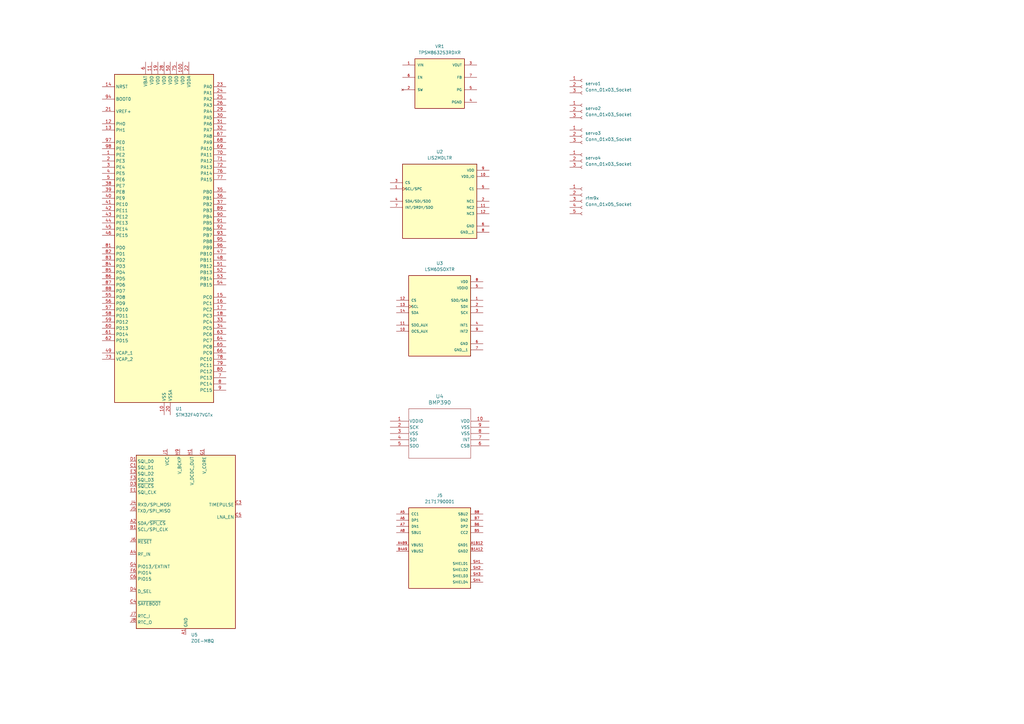
<source format=kicad_sch>
(kicad_sch (version 20250114) (generator "eeschema") (generator_version "9.0")
  (paper "A3")
  (lib_symbols
    (symbol "Connector:Conn_01x03_Socket" (pin_names (offset 1.016) (hide yes))
      (property "Reference" "J" (at 0 5.08 0))
      (property "Value" "Conn_01x03_Socket" (at 0 -5.08 0))
      (symbol "Conn_01x03_Socket_1_1"
        (polyline (pts (xy -1.27 2.54) (xy -0.508 2.54)) (stroke (width 0.1524)))
        (polyline (pts (xy -1.27 0) (xy -0.508 0)) (stroke (width 0.1524)))
        (polyline (pts (xy -1.27 -2.54) (xy -0.508 -2.54)) (stroke (width 0.1524)))
        (arc (start 0 2.032) (mid -0.5058 2.54) (end 0 3.048) (stroke (width 0.1524)))
        (arc (start 0 -0.508) (mid -0.5058 0) (end 0 0.508) (stroke (width 0.1524)))
        (arc (start 0 -3.048) (mid -0.5058 -2.54) (end 0 -2.032) (stroke (width 0.1524)))
        (pin passive line (at -5.08 2.54 0) (length 3.81) (name "Pin_1") (number "1"))
        (pin passive line (at -5.08 0 0) (length 3.81) (name "Pin_2") (number "2"))
        (pin passive line (at -5.08 -2.54 0) (length 3.81) (name "Pin_3") (number "3"))
      )
    )
    (symbol "Connector:Conn_01x05_Socket" (pin_names (offset 1.016) (hide yes))
      (property "Reference" "J" (at 0 7.62 0))
      (property "Value" "Conn_01x05_Socket" (at 0 -7.62 0))
      (symbol "Conn_01x05_Socket_1_1"
        (polyline (pts (xy -1.27 5.08) (xy -0.508 5.08)) (stroke (width 0.1524)))
        (polyline (pts (xy -1.27 2.54) (xy -0.508 2.54)) (stroke (width 0.1524)))
        (polyline (pts (xy -1.27 0) (xy -0.508 0)) (stroke (width 0.1524)))
        (polyline (pts (xy -1.27 -2.54) (xy -0.508 -2.54)) (stroke (width 0.1524)))
        (polyline (pts (xy -1.27 -5.08) (xy -0.508 -5.08)) (stroke (width 0.1524)))
        (arc (start 0 4.572) (mid -0.5058 5.08) (end 0 5.588) (stroke (width 0.1524)))
        (arc (start 0 2.032) (mid -0.5058 2.54) (end 0 3.048) (stroke (width 0.1524)))
        (arc (start 0 -0.508) (mid -0.5058 0) (end 0 0.508) (stroke (width 0.1524)))
        (arc (start 0 -3.048) (mid -0.5058 -2.54) (end 0 -2.032) (stroke (width 0.1524)))
        (arc (start 0 -5.588) (mid -0.5058 -5.08) (end 0 -4.572) (stroke (width 0.1524)))
        (pin passive line (at -5.08 5.08 0) (length 3.81) (name "Pin_1") (number "1"))
        (pin passive line (at -5.08 2.54 0) (length 3.81) (name "Pin_2") (number "2"))
        (pin passive line (at -5.08 0 0) (length 3.81) (name "Pin_3") (number "3"))
        (pin passive line (at -5.08 -2.54 0) (length 3.81) (name "Pin_4") (number "4"))
        (pin passive line (at -5.08 -5.08 0) (length 3.81) (name "Pin_5") (number "5"))
      )
    )
    (symbol "MCU_ST_STM32F4:STM32F407VGTx"
      (property "Reference" "U" (at -20.32 69.85 0))
      (property "Value" "STM32F407VGTx" (at 12.7 69.85 0))
      (symbol "STM32F407VGTx_0_1"
        (rectangle (start -20.32 -66.04) (end 20.32 68.58) (stroke (width 0.254)) (fill (type background)))
      )
      (symbol "STM32F407VGTx_1_1"
        (pin input line (at -25.4 63.5 0) (length 5.08) (name "NRST") (number "14"))
        (pin input line (at -25.4 58.42 0) (length 5.08) (name "BOOT0") (number "94"))
        (pin input line (at -25.4 53.34 0) (length 5.08) (name "VREF+") (number "21"))
        (pin bidirectional line (at -25.4 48.26 0) (length 5.08) (name "PH0") (number "12"))
        (pin bidirectional line (at -25.4 45.72 0) (length 5.08) (name "PH1") (number "13"))
        (pin bidirectional line (at -25.4 40.64 0) (length 5.08) (name "PE0") (number "97"))
        (pin bidirectional line (at -25.4 38.1 0) (length 5.08) (name "PE1") (number "98"))
        (pin bidirectional line (at -25.4 35.56 0) (length 5.08) (name "PE2") (number "1"))
        (pin bidirectional line (at -25.4 33.02 0) (length 5.08) (name "PE3") (number "2"))
        (pin bidirectional line (at -25.4 30.48 0) (length 5.08) (name "PE4") (number "3"))
        (pin bidirectional line (at -25.4 27.94 0) (length 5.08) (name "PE5") (number "4"))
        (pin bidirectional line (at -25.4 25.4 0) (length 5.08) (name "PE6") (number "5"))
        (pin bidirectional line (at -25.4 22.86 0) (length 5.08) (name "PE7") (number "38"))
        (pin bidirectional line (at -25.4 20.32 0) (length 5.08) (name "PE8") (number "39"))
        (pin bidirectional line (at -25.4 17.78 0) (length 5.08) (name "PE9") (number "40"))
        (pin bidirectional line (at -25.4 15.24 0) (length 5.08) (name "PE10") (number "41"))
        (pin bidirectional line (at -25.4 12.7 0) (length 5.08) (name "PE11") (number "42"))
        (pin bidirectional line (at -25.4 10.16 0) (length 5.08) (name "PE12") (number "43"))
        (pin bidirectional line (at -25.4 7.62 0) (length 5.08) (name "PE13") (number "44"))
        (pin bidirectional line (at -25.4 5.08 0) (length 5.08) (name "PE14") (number "45"))
        (pin bidirectional line (at -25.4 2.54 0) (length 5.08) (name "PE15") (number "46"))
        (pin bidirectional line (at -25.4 -2.54 0) (length 5.08) (name "PD0") (number "81"))
        (pin bidirectional line (at -25.4 -5.08 0) (length 5.08) (name "PD1") (number "82"))
        (pin bidirectional line (at -25.4 -7.62 0) (length 5.08) (name "PD2") (number "83"))
        (pin bidirectional line (at -25.4 -10.16 0) (length 5.08) (name "PD3") (number "84"))
        (pin bidirectional line (at -25.4 -12.7 0) (length 5.08) (name "PD4") (number "85"))
        (pin bidirectional line (at -25.4 -15.24 0) (length 5.08) (name "PD5") (number "86"))
        (pin bidirectional line (at -25.4 -17.78 0) (length 5.08) (name "PD6") (number "87"))
        (pin bidirectional line (at -25.4 -20.32 0) (length 5.08) (name "PD7") (number "88"))
        (pin bidirectional line (at -25.4 -22.86 0) (length 5.08) (name "PD8") (number "55"))
        (pin bidirectional line (at -25.4 -25.4 0) (length 5.08) (name "PD9") (number "56"))
        (pin bidirectional line (at -25.4 -27.94 0) (length 5.08) (name "PD10") (number "57"))
        (pin bidirectional line (at -25.4 -30.48 0) (length 5.08) (name "PD11") (number "58"))
        (pin bidirectional line (at -25.4 -33.02 0) (length 5.08) (name "PD12") (number "59"))
        (pin bidirectional line (at -25.4 -35.56 0) (length 5.08) (name "PD13") (number "60"))
        (pin bidirectional line (at -25.4 -38.1 0) (length 5.08) (name "PD14") (number "61"))
        (pin bidirectional line (at -25.4 -40.64 0) (length 5.08) (name "PD15") (number "62"))
        (pin power_out line (at -25.4 -45.72 0) (length 5.08) (name "VCAP_1") (number "49"))
        (pin power_out line (at -25.4 -48.26 0) (length 5.08) (name "VCAP_2") (number "73"))
        (pin power_in line (at -7.62 73.66 270) (length 5.08) (name "VBAT") (number "6"))
        (pin power_in line (at -5.08 73.66 270) (length 5.08) (name "VDD") (number "11"))
        (pin power_in line (at -2.54 73.66 270) (length 5.08) (name "VDD") (number "19"))
        (pin power_in line (at 0 73.66 270) (length 5.08) (name "VDD") (number "28"))
        (pin power_in line (at 0 -71.12 90) (length 5.08) (name "VSS") (number "10"))
        (pin passive line (at 0 -71.12 90) (length 5.08) (hide yes) (name "VSS") (number "27"))
        (pin passive line (at 0 -71.12 90) (length 5.08) (hide yes) (name "VSS") (number "74"))
        (pin passive line (at 0 -71.12 90) (length 5.08) (hide yes) (name "VSS") (number "99"))
        (pin power_in line (at 2.54 73.66 270) (length 5.08) (name "VDD") (number "50"))
        (pin power_in line (at 2.54 -71.12 90) (length 5.08) (name "VSSA") (number "20"))
        (pin power_in line (at 5.08 73.66 270) (length 5.08) (name "VDD") (number "75"))
        (pin power_in line (at 7.62 73.66 270) (length 5.08) (name "VDD") (number "100"))
        (pin power_in line (at 10.16 73.66 270) (length 5.08) (name "VDDA") (number "22"))
        (pin bidirectional line (at 25.4 63.5 180) (length 5.08) (name "PA0") (number "23"))
        (pin bidirectional line (at 25.4 60.96 180) (length 5.08) (name "PA1") (number "24"))
        (pin bidirectional line (at 25.4 58.42 180) (length 5.08) (name "PA2") (number "25"))
        (pin bidirectional line (at 25.4 55.88 180) (length 5.08) (name "PA3") (number "26"))
        (pin bidirectional line (at 25.4 53.34 180) (length 5.08) (name "PA4") (number "29"))
        (pin bidirectional line (at 25.4 50.8 180) (length 5.08) (name "PA5") (number "30"))
        (pin bidirectional line (at 25.4 48.26 180) (length 5.08) (name "PA6") (number "31"))
        (pin bidirectional line (at 25.4 45.72 180) (length 5.08) (name "PA7") (number "32"))
        (pin bidirectional line (at 25.4 43.18 180) (length 5.08) (name "PA8") (number "67"))
        (pin bidirectional line (at 25.4 40.64 180) (length 5.08) (name "PA9") (number "68"))
        (pin bidirectional line (at 25.4 38.1 180) (length 5.08) (name "PA10") (number "69"))
        (pin bidirectional line (at 25.4 35.56 180) (length 5.08) (name "PA11") (number "70"))
        (pin bidirectional line (at 25.4 33.02 180) (length 5.08) (name "PA12") (number "71"))
        (pin bidirectional line (at 25.4 30.48 180) (length 5.08) (name "PA13") (number "72"))
        (pin bidirectional line (at 25.4 27.94 180) (length 5.08) (name "PA14") (number "76"))
        (pin bidirectional line (at 25.4 25.4 180) (length 5.08) (name "PA15") (number "77"))
        (pin bidirectional line (at 25.4 20.32 180) (length 5.08) (name "PB0") (number "35"))
        (pin bidirectional line (at 25.4 17.78 180) (length 5.08) (name "PB1") (number "36"))
        (pin bidirectional line (at 25.4 15.24 180) (length 5.08) (name "PB2") (number "37"))
        (pin bidirectional line (at 25.4 12.7 180) (length 5.08) (name "PB3") (number "89"))
        (pin bidirectional line (at 25.4 10.16 180) (length 5.08) (name "PB4") (number "90"))
        (pin bidirectional line (at 25.4 7.62 180) (length 5.08) (name "PB5") (number "91"))
        (pin bidirectional line (at 25.4 5.08 180) (length 5.08) (name "PB6") (number "92"))
        (pin bidirectional line (at 25.4 2.54 180) (length 5.08) (name "PB7") (number "93"))
        (pin bidirectional line (at 25.4 0 180) (length 5.08) (name "PB8") (number "95"))
        (pin bidirectional line (at 25.4 -2.54 180) (length 5.08) (name "PB9") (number "96"))
        (pin bidirectional line (at 25.4 -5.08 180) (length 5.08) (name "PB10") (number "47"))
        (pin bidirectional line (at 25.4 -7.62 180) (length 5.08) (name "PB11") (number "48"))
        (pin bidirectional line (at 25.4 -10.16 180) (length 5.08) (name "PB12") (number "51"))
        (pin bidirectional line (at 25.4 -12.7 180) (length 5.08) (name "PB13") (number "52"))
        (pin bidirectional line (at 25.4 -15.24 180) (length 5.08) (name "PB14") (number "53"))
        (pin bidirectional line (at 25.4 -17.78 180) (length 5.08) (name "PB15") (number "54"))
        (pin bidirectional line (at 25.4 -22.86 180) (length 5.08) (name "PC0") (number "15"))
        (pin bidirectional line (at 25.4 -25.4 180) (length 5.08) (name "PC1") (number "16"))
        (pin bidirectional line (at 25.4 -27.94 180) (length 5.08) (name "PC2") (number "17"))
        (pin bidirectional line (at 25.4 -30.48 180) (length 5.08) (name "PC3") (number "18"))
        (pin bidirectional line (at 25.4 -33.02 180) (length 5.08) (name "PC4") (number "33"))
        (pin bidirectional line (at 25.4 -35.56 180) (length 5.08) (name "PC5") (number "34"))
        (pin bidirectional line (at 25.4 -38.1 180) (length 5.08) (name "PC6") (number "63"))
        (pin bidirectional line (at 25.4 -40.64 180) (length 5.08) (name "PC7") (number "64"))
        (pin bidirectional line (at 25.4 -43.18 180) (length 5.08) (name "PC8") (number "65"))
        (pin bidirectional line (at 25.4 -45.72 180) (length 5.08) (name "PC9") (number "66"))
        (pin bidirectional line (at 25.4 -48.26 180) (length 5.08) (name "PC10") (number "78"))
        (pin bidirectional line (at 25.4 -50.8 180) (length 5.08) (name "PC11") (number "79"))
        (pin bidirectional line (at 25.4 -53.34 180) (length 5.08) (name "PC12") (number "80"))
        (pin bidirectional line (at 25.4 -55.88 180) (length 5.08) (name "PC13") (number "7"))
        (pin bidirectional line (at 25.4 -58.42 180) (length 5.08) (name "PC14") (number "8"))
        (pin bidirectional line (at 25.4 -60.96 180) (length 5.08) (name "PC15") (number "9"))
      )
    )
    (symbol "RF_GPS:ZOE-M8Q"
      (property "Reference" "U" (at -19.05 39.37 0))
      (property "Value" "ZOE-M8Q" (at -19.05 36.83 0))
      (symbol "ZOE-M8Q_1_1"
        (rectangle (start -20.32 35.56) (end 20.32 -35.56) (stroke (width 0.254)) (fill (type background)))
        (pin bidirectional line (at -22.86 33.02 0) (length 2.54) (name "SQI_D0") (number "D1"))
        (pin input line (at -22.86 30.48 0) (length 2.54) (name "SQI_D1") (number "C1"))
        (pin bidirectional line (at -22.86 27.94 0) (length 2.54) (name "SQI_D2") (number "E3"))
        (pin bidirectional line (at -22.86 25.4 0) (length 2.54) (name "SQI_D3") (number "F3"))
        (pin bidirectional line (at -22.86 22.86 0) (length 2.54) (name "~{SQI_CS}") (number "D3"))
        (pin bidirectional line (at -22.86 20.32 0) (length 2.54) (name "SQI_CLK") (number "E1"))
        (pin input line (at -22.86 15.24 0) (length 2.54) (name "RXD/SPI_MOSI") (number "J4"))
        (pin output line (at -22.86 12.7 0) (length 2.54) (name "TXD/SPI_MISO") (number "J5"))
        (pin bidirectional line (at -22.86 7.62 0) (length 2.54) (name "SDA/~{SPI_CS}") (number "A2"))
        (pin input line (at -22.86 5.08 0) (length 2.54) (name "SCL/SPI_CLK") (number "B1"))
        (pin input line (at -22.86 0 0) (length 2.54) (name "~{RESET}") (number "J6"))
        (pin input line (at -22.86 -5.08 0) (length 2.54) (name "RF_IN") (number "A4"))
        (pin input line (at -22.86 -10.16 0) (length 2.54) (name "PIO13/EXTINT") (number "G4"))
        (pin bidirectional line (at -22.86 -12.7 0) (length 2.54) (name "PIO14") (number "F6"))
        (pin bidirectional line (at -22.86 -15.24 0) (length 2.54) (name "PIO15") (number "C6"))
        (pin input line (at -22.86 -20.32 0) (length 2.54) (name "D_SEL") (number "D4"))
        (pin input line (at -22.86 -25.4 0) (length 2.54) (name "~{SAFEBOOT}") (number "C4"))
        (pin input line (at -22.86 -30.48 0) (length 2.54) (name "RTC_I") (number "J7"))
        (pin output line (at -22.86 -33.02 0) (length 2.54) (name "RTC_O") (number "J8"))
        (pin power_in line (at -7.62 38.1 270) (length 2.54) (name "VCC") (number "J1"))
        (pin passive line (at -7.62 38.1 270) (length 2.54) (hide yes) (name "VCC") (number "J2"))
        (pin power_in line (at -2.54 38.1 270) (length 2.54) (name "V_BCKP") (number "H9"))
        (pin power_in line (at 0 -38.1 90) (length 2.54) (name "GND") (number "A1"))
        (pin passive line (at 0 -38.1 90) (length 2.54) (hide yes) (name "GND") (number "A3"))
        (pin passive line (at 0 -38.1 90) (length 2.54) (hide yes) (name "GND") (number "A5"))
        (pin passive line (at 0 -38.1 90) (length 2.54) (hide yes) (name "GND") (number "A7"))
        (pin passive line (at 0 -38.1 90) (length 2.54) (hide yes) (name "GND") (number "A8"))
        (pin passive line (at 0 -38.1 90) (length 2.54) (hide yes) (name "GND") (number "A9"))
        (pin passive line (at 0 -38.1 90) (length 2.54) (hide yes) (name "GND") (number "B9"))
        (pin passive line (at 0 -38.1 90) (length 2.54) (hide yes) (name "GND") (number "C7"))
        (pin passive line (at 0 -38.1 90) (length 2.54) (hide yes) (name "GND") (number "C9"))
        (pin passive line (at 0 -38.1 90) (length 2.54) (hide yes) (name "GND") (number "D6"))
        (pin passive line (at 0 -38.1 90) (length 2.54) (hide yes) (name "GND") (number "D9"))
        (pin passive line (at 0 -38.1 90) (length 2.54) (hide yes) (name "GND") (number "E7"))
        (pin passive line (at 0 -38.1 90) (length 2.54) (hide yes) (name "GND") (number "F7"))
        (pin passive line (at 0 -38.1 90) (length 2.54) (hide yes) (name "GND") (number "G3"))
        (pin passive line (at 0 -38.1 90) (length 2.54) (hide yes) (name "GND") (number "G6"))
        (pin passive line (at 0 -38.1 90) (length 2.54) (hide yes) (name "GND") (number "G7"))
        (pin passive line (at 0 -38.1 90) (length 2.54) (hide yes) (name "GND") (number "J3"))
        (pin passive line (at 0 -38.1 90) (length 2.54) (hide yes) (name "GND") (number "J9"))
        (pin power_out line (at 2.54 38.1 270) (length 2.54) (name "V_DCDC_OUT") (number "H1"))
        (pin power_in line (at 7.62 38.1 270) (length 2.54) (name "V_CORE") (number "G1"))
        (pin no_connect line (at 20.32 0 180) (length 2.54) (hide yes) (name "Reserved") (number "A6"))
        (pin no_connect line (at 20.32 -5.08 180) (length 2.54) (hide yes) (name "Reserved") (number "E9"))
        (pin no_connect line (at 20.32 -10.16 180) (length 2.54) (hide yes) (name "Reserved") (number "F1"))
        (pin no_connect line (at 20.32 -15.24 180) (length 2.54) (hide yes) (name "Reserved") (number "F4"))
        (pin no_connect line (at 20.32 -20.32 180) (length 2.54) (hide yes) (name "Reserved") (number "F9"))
        (pin no_connect line (at 20.32 -25.4 180) (length 2.54) (hide yes) (name "Reserved") (number "G5"))
        (pin no_connect line (at 20.32 -30.48 180) (length 2.54) (hide yes) (name "Reserved") (number "G9"))
        (pin output line (at 22.86 15.24 180) (length 2.54) (name "TIMEPULSE") (number "C3"))
        (pin output line (at 22.86 10.16 180) (length 2.54) (name "LNA_EN") (number "C5"))
      )
    )
    (symbol "bmp390:BMP390" (pin_names (offset 0.254))
      (property "Reference" "U" (at 20.32 10.16 0))
      (property "Value" "BMP390" (at 20.32 7.62 0))
      (symbol "BMP390_0_1"
        (polyline (pts (xy 7.62 5.08) (xy 7.62 -15.24)) (stroke (width 0.127)))
        (polyline (pts (xy 7.62 -15.24) (xy 33.02 -15.24)) (stroke (width 0.127)))
        (polyline (pts (xy 33.02 5.08) (xy 7.62 5.08)) (stroke (width 0.127)))
        (polyline (pts (xy 33.02 -15.24) (xy 33.02 5.08)) (stroke (width 0.127)))
        (pin power_in line (at 0 0 0) (length 7.62) (name "VDDIO") (number "1"))
        (pin input line (at 0 -2.54 0) (length 7.62) (name "SCK") (number "2"))
        (pin power_out line (at 0 -5.08 0) (length 7.62) (name "VSS") (number "3"))
        (pin bidirectional line (at 0 -7.62 0) (length 7.62) (name "SDI") (number "4"))
        (pin bidirectional line (at 0 -10.16 0) (length 7.62) (name "SDO") (number "5"))
        (pin power_in line (at 40.64 0 180) (length 7.62) (name "VDD") (number "10"))
        (pin power_out line (at 40.64 -2.54 180) (length 7.62) (name "VSS") (number "9"))
        (pin power_out line (at 40.64 -5.08 180) (length 7.62) (name "VSS") (number "8"))
        (pin input line (at 40.64 -7.62 180) (length 7.62) (name "INT") (number "7"))
        (pin input line (at 40.64 -10.16 180) (length 7.62) (name "CSB") (number "6"))
      )
    )
    (symbol "lis2:LIS2MDLTR" (pin_names (offset 1.016))
      (property "Reference" "U" (at -15.24 13.97 0))
      (property "Value" "LIS2MDLTR" (at -15.24 -20.32 0))
      (symbol "LIS2MDLTR_0_0"
        (rectangle (start -15.24 -17.78) (end 15.24 12.7) (stroke (width 0.254)) (fill (type background)))
        (pin input line (at -20.32 5.08 0) (length 5.08) (name "CS") (number "3"))
        (pin input clock (at -20.32 2.54 0) (length 5.08) (name "SCL/SPC") (number "1"))
        (pin bidirectional line (at -20.32 -2.54 0) (length 5.08) (name "SDA/SDI/SDO") (number "4"))
        (pin bidirectional line (at -20.32 -5.08 0) (length 5.08) (name "INT/DRDY/SDO") (number "7"))
        (pin power_in line (at 20.32 10.16 180) (length 5.08) (name "VDD") (number "9"))
        (pin power_in line (at 20.32 7.62 180) (length 5.08) (name "VDD_IO") (number "10"))
        (pin passive line (at 20.32 2.54 180) (length 5.08) (name "C1") (number "5"))
        (pin passive line (at 20.32 -2.54 180) (length 5.08) (name "NC1") (number "2"))
        (pin passive line (at 20.32 -5.08 180) (length 5.08) (name "NC2") (number "11"))
        (pin passive line (at 20.32 -7.62 180) (length 5.08) (name "NC3") (number "12"))
        (pin power_in line (at 20.32 -12.7 180) (length 5.08) (name "GND") (number "6"))
        (pin power_in line (at 20.32 -15.24 180) (length 5.08) (name "GND__1") (number "8"))
      )
    )
    (symbol "lsm6:LSM6DSOXTR" (pin_names (offset 1.016))
      (property "Reference" "U" (at -12.7 16.002 0))
      (property "Value" "LSM6DSOXTR" (at -12.7 -20.32 0))
      (symbol "LSM6DSOXTR_0_0"
        (rectangle (start -12.7 -17.78) (end 12.7 15.24) (stroke (width 0.254)) (fill (type background)))
        (pin input line (at -17.78 5.08 0) (length 5.08) (name "CS") (number "12"))
        (pin input clock (at -17.78 2.54 0) (length 5.08) (name "SCL") (number "13"))
        (pin bidirectional line (at -17.78 0 0) (length 5.08) (name "SDA") (number "14"))
        (pin bidirectional line (at -17.78 -5.08 0) (length 5.08) (name "SDO_AUX") (number "11"))
        (pin bidirectional line (at -17.78 -7.62 0) (length 5.08) (name "OCS_AUX") (number "10"))
        (pin power_in line (at 17.78 12.7 180) (length 5.08) (name "VDD") (number "8"))
        (pin power_in line (at 17.78 10.16 180) (length 5.08) (name "VDDIO") (number "5"))
        (pin bidirectional line (at 17.78 5.08 180) (length 5.08) (name "SDO/SA0") (number "1"))
        (pin bidirectional line (at 17.78 2.54 180) (length 5.08) (name "SDX") (number "2"))
        (pin bidirectional line (at 17.78 0 180) (length 5.08) (name "SCX") (number "3"))
        (pin output line (at 17.78 -5.08 180) (length 5.08) (name "INT1") (number "4"))
        (pin output line (at 17.78 -7.62 180) (length 5.08) (name "INT2") (number "9"))
        (pin power_in line (at 17.78 -12.7 180) (length 5.08) (name "GND") (number "6"))
        (pin power_in line (at 17.78 -15.24 180) (length 5.08) (name "GND__1") (number "7"))
      )
    )
    (symbol "power:TPSM863253RDXR" (pin_names (offset 1.016))
      (property "Reference" "VR" (at -10.16 10.922 0))
      (property "Value" "TPSM863253RDXR" (at -10.16 -12.7 0))
      (symbol "TPSM863253RDXR_0_0"
        (rectangle (start -10.16 -10.16) (end 10.16 10.16) (stroke (width 0.254)) (fill (type background)))
        (pin input line (at -15.24 7.62 0) (length 5.08) (name "VIN") (number "1"))
        (pin input line (at -15.24 2.54 0) (length 5.08) (name "EN") (number "6"))
        (pin no_connect line (at -15.24 -2.54 0) (length 5.08) (name "SW") (number "2"))
        (pin output line (at 15.24 7.62 180) (length 5.08) (name "VOUT") (number "3"))
        (pin input line (at 15.24 2.54 180) (length 5.08) (name "FB") (number "7"))
        (pin output line (at 15.24 -2.54 180) (length 5.08) (name "PG") (number "5"))
        (pin power_in line (at 15.24 -7.62 180) (length 5.08) (name "PGND") (number "4"))
      )
    )
    (symbol "usbC:2171790001" (pin_names (offset 1.016))
      (property "Reference" "J" (at -12.7 16.002 0))
      (property "Value" "2171790001" (at -12.7 -18.542 0))
      (symbol "2171790001_0_0"
        (rectangle (start -12.7 -17.78) (end 12.7 15.24) (stroke (width 0.254)) (fill (type background)))
        (pin bidirectional line (at -17.78 12.7 0) (length 5.08) (name "CC1") (number "A5"))
        (pin bidirectional line (at -17.78 10.16 0) (length 5.08) (name "DP1") (number "A6"))
        (pin bidirectional line (at -17.78 7.62 0) (length 5.08) (name "DN1") (number "A7"))
        (pin bidirectional line (at -17.78 5.08 0) (length 5.08) (name "SBU1") (number "A8"))
        (pin power_in line (at -17.78 0 0) (length 5.08) (name "VBUS1") (number "A4B9"))
        (pin power_in line (at -17.78 -2.54 0) (length 5.08) (name "VBUS2") (number "B4A9"))
        (pin bidirectional line (at 17.78 12.7 180) (length 5.08) (name "SBU2") (number "B8"))
        (pin bidirectional line (at 17.78 10.16 180) (length 5.08) (name "DN2") (number "B7"))
        (pin bidirectional line (at 17.78 7.62 180) (length 5.08) (name "DP2") (number "B6"))
        (pin bidirectional line (at 17.78 5.08 180) (length 5.08) (name "CC2") (number "B5"))
        (pin power_in line (at 17.78 0 180) (length 5.08) (name "GND1") (number "A1B12"))
        (pin power_in line (at 17.78 -2.54 180) (length 5.08) (name "GND2") (number "B1A12"))
        (pin passive line (at 17.78 -7.62 180) (length 5.08) (name "SHIELD1") (number "SH1"))
        (pin passive line (at 17.78 -10.16 180) (length 5.08) (name "SHIELD2") (number "SH2"))
        (pin passive line (at 17.78 -12.7 180) (length 5.08) (name "SHIELD3") (number "SH3"))
        (pin passive line (at 17.78 -15.24 180) (length 5.08) (name "SHIELD4") (number "SH4"))
      )
    )
  )
  (symbol (lib_id "power:TPSM863253RDXR") (at 180.34 34.29 0) (unit 1)
    (property "Reference" "VR1" (at 180.34 19.05 0))
    (property "Value" "TPSM863253RDXR" (at 180.34 21.59 0))
    (property "Footprint" "TPSM863253RDXR:VREG_TPSM863253RDXR" (effects (hide yes)))
    (property "PARTREV" "B" (effects (hide yes)))
    (property "MANUFACTURER" "Texas Instruments" (effects (hide yes)))
    (property "MAXIMUM_PACKAGE_HEIGHT" "2.1mm" (effects (hide yes)))
    (property "STANDARD" "Manufacturer Recommendations" (effects (hide yes)))
  )
  (symbol (lib_id "Connector:Conn_01x03_Socket") (at 238.76 35.56 0) (unit 1)
    (property "Reference" "servo1" (at 240.03 34.2899 0) (effects (justify left)))
    (property "Value" "Conn_01x03_Socket" (at 240.03 36.8299 0) (effects (justify left)))
    (property "Footprint" "Connector_PinHeader_2.54mm:PinHeader_1x03_P2.54mm_Vertical" (effects (hide yes)))
    (property "Description" "Generic connector, single row, 01x03, script generated" (effects (hide yes)))
  )
  (symbol (lib_id "Connector:Conn_01x03_Socket") (at 238.76 45.72 0) (unit 1)
    (property "Reference" "servo2" (at 240.03 44.4499 0) (effects (justify left)))
    (property "Value" "Conn_01x03_Socket" (at 240.03 46.9899 0) (effects (justify left)))
    (property "Footprint" "Connector_PinHeader_2.54mm:PinHeader_1x03_P2.54mm_Vertical" (effects (hide yes)))
    (property "Description" "Generic connector, single row, 01x03, script generated" (effects (hide yes)))
  )
  (symbol (lib_id "Connector:Conn_01x05_Socket") (at 238.76 82.55 0) (unit 1)
    (property "Reference" "rfm9x" (at 240.03 81.2799 0) (effects (justify left)))
    (property "Value" "Conn_01x05_Socket" (at 240.03 83.8199 0) (effects (justify left)))
    (property "Description" "Generic connector, single row, 01x05, script generated" (effects (hide yes)))
  )
  (symbol (lib_id "usbC:2171790001") (at 180.34 223.52 0) (unit 1)
    (property "Reference" "J5" (at 180.34 203.2 0))
    (property "Value" "2171790001" (at 180.34 205.74 0))
    (property "Footprint" "2171790001:MOLEX_2171790001" (effects (hide yes)))
    (property "PARTREV" "A1" (effects (hide yes)))
    (property "STANDARD" "Manufacturer Recommendations" (effects (hide yes)))
    (property "MAXIMUM_PACKAGE_HEIGHT" "3.16 mm" (effects (hide yes)))
    (property "MANUFACTURER" "Molex" (effects (hide yes)))
  )
  (symbol (lib_id "MCU_ST_STM32F4:STM32F407VGTx") (at 67.31 99.06 0) (unit 1)
    (property "Reference" "U1" (at 71.9933 167.64 0) (effects (justify left)))
    (property "Value" "STM32F407VGTx" (at 71.9933 170.18 0) (effects (justify left)))
    (property "Footprint" "Package_QFP:LQFP-100_14x14mm_P0.5mm" (effects (hide yes)))
    (property "Datasheet" "https://www.st.com/resource/en/datasheet/stm32f407vg.pdf" (effects (hide yes)))
    (property "Description" "STMicroelectronics Arm Cortex-M4 MCU, 1024KB flash, 192KB RAM, 168 MHz, 1.8-3.6V, 82 GPIO, LQFP100" (effects (hide yes)))
  )
  (symbol (lib_id "lis2:LIS2MDLTR") (at 180.34 80.01 0) (unit 1)
    (property "Reference" "U2" (at 180.34 62.23 0))
    (property "Value" "LIS2MDLTR" (at 180.34 64.77 0))
    (property "Footprint" "LIS2MDLTR:PQFN50P200X200X70-12N" (effects (hide yes)))
    (property "PARTREV" "Rev 5" (effects (hide yes)))
    (property "MANUFACTURER" "STMicroelectronics" (effects (hide yes)))
    (property "MAXIMUM_PACKAGE_HEIGHT" "0.7 mm" (effects (hide yes)))
    (property "STANDARD" "IPC 7351B" (effects (hide yes)))
  )
  (symbol (lib_id "Connector:Conn_01x03_Socket") (at 238.76 55.88 0) (unit 1)
    (property "Reference" "servo3" (at 240.03 54.6099 0) (effects (justify left)))
    (property "Value" "Conn_01x03_Socket" (at 240.03 57.1499 0) (effects (justify left)))
    (property "Footprint" "Connector_PinHeader_2.54mm:PinHeader_1x03_P2.54mm_Vertical" (effects (hide yes)))
    (property "Description" "Generic connector, single row, 01x03, script generated" (effects (hide yes)))
  )
  (symbol (lib_id "lsm6:LSM6DSOXTR") (at 180.34 128.27 0) (unit 1)
    (property "Reference" "U3" (at 180.34 107.95 0))
    (property "Value" "LSM6DSOXTR" (at 180.34 110.49 0))
    (property "Footprint" "LSM6DSOXTR:PQFN50P250X300X86-14N" (effects (hide yes)))
    (property "PARTREV" "3.0" (effects (hide yes)))
    (property "MANUFACTURER" "ST Microelectronics" (effects (hide yes)))
    (property "STANDARD" "IPC7351B" (effects (hide yes)))
  )
  (symbol (lib_id "RF_GPS:ZOE-M8Q") (at 76.2 222.25 0) (unit 1)
    (property "Reference" "U5" (at 78.3433 260.35 0) (effects (justify left)))
    (property "Value" "ZOE-M8Q" (at 78.3433 262.89 0) (effects (justify left)))
    (property "Footprint" "RF_GPS:ublox_ZOE_M8" (effects (hide yes)))
    (property "Datasheet" "https://content.u-blox.com/sites/default/files/ZOE-M8_HIM_UBX-16030136.pdf" (effects (hide yes)))
    (property "Description" "ultra small GNSS  module IC, SiP" (effects (hide yes)))
  )
  (symbol (lib_id "bmp390:BMP390") (at 160.02 172.72 0) (unit 1)
    (property "Reference" "U4" (at 180.34 162.56 0) (effects (font (size 1.524 1.524))))
    (property "Value" "BMP390" (at 180.34 165.1 0) (effects (font (size 1.524 1.524))))
    (property "Footprint" "10LGA_2X2X0p75_BOS" (effects (hide yes)))
    (property "Datasheet" "BMP390" (effects (hide yes)))
  )
  (symbol (lib_id "Connector:Conn_01x03_Socket") (at 238.76 66.04 0) (unit 1)
    (property "Reference" "servo4" (at 240.03 64.7699 0) (effects (justify left)))
    (property "Value" "Conn_01x03_Socket" (at 240.03 67.3099 0) (effects (justify left)))
    (property "Footprint" "Connector_PinHeader_2.54mm:PinHeader_1x03_P2.54mm_Vertical" (effects (hide yes)))
    (property "Description" "Generic connector, single row, 01x03, script generated" (effects (hide yes)))
  )
)
</source>
